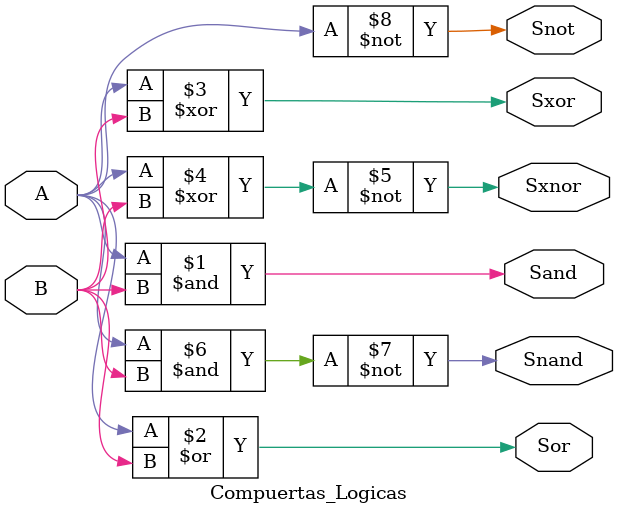
<source format=v>
/*
				***** COMPUERTAS LÓGICAS *****
				
		El presente código desarrollado en verilog tiene como finalidad la implementación de las compuertas lógicas
		a través de este lenguaje HDL-
		Fecha: 19-Marzo-2023
		Versión: 1.0
*/

module Compuertas_Logicas(
	input A,
	input B,
	output Snot,
	output Sand,
	output Sor,
	output Sxor,
	output Sxnor,
	output Snand
	);
	
	not (Snot,A);
	
	and (Sand,A,B);
	
	or (Sor,A,B);
	
	xor (Sxor,A,B);
	
	xnor (Sxnor,A,B);
	
	nand (Snand,A,B);
	
endmodule 

</source>
